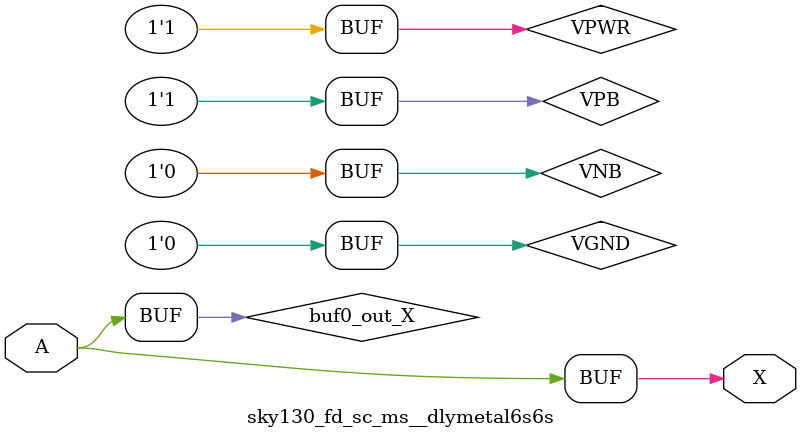
<source format=v>
/*
 * Copyright 2020 The SkyWater PDK Authors
 *
 * Licensed under the Apache License, Version 2.0 (the "License");
 * you may not use this file except in compliance with the License.
 * You may obtain a copy of the License at
 *
 *     https://www.apache.org/licenses/LICENSE-2.0
 *
 * Unless required by applicable law or agreed to in writing, software
 * distributed under the License is distributed on an "AS IS" BASIS,
 * WITHOUT WARRANTIES OR CONDITIONS OF ANY KIND, either express or implied.
 * See the License for the specific language governing permissions and
 * limitations under the License.
 *
 * SPDX-License-Identifier: Apache-2.0
*/


`ifndef SKY130_FD_SC_MS__DLYMETAL6S6S_BEHAVIORAL_V
`define SKY130_FD_SC_MS__DLYMETAL6S6S_BEHAVIORAL_V

/**
 * dlymetal6s6s: 6-inverter delay with output from 6th inverter on
 *               horizontal route.
 *
 * Verilog simulation functional model.
 */

`timescale 1ns / 1ps
`default_nettype none

`celldefine
module sky130_fd_sc_ms__dlymetal6s6s (
    X,
    A
);

    // Module ports
    output X;
    input  A;

    // Module supplies
    supply1 VPWR;
    supply0 VGND;
    supply1 VPB ;
    supply0 VNB ;

    // Local signals
    wire buf0_out_X;

    //  Name  Output      Other arguments
    buf buf0 (buf0_out_X, A              );
    buf buf1 (X         , buf0_out_X     );

endmodule
`endcelldefine

`default_nettype wire
`endif  // SKY130_FD_SC_MS__DLYMETAL6S6S_BEHAVIORAL_V
</source>
